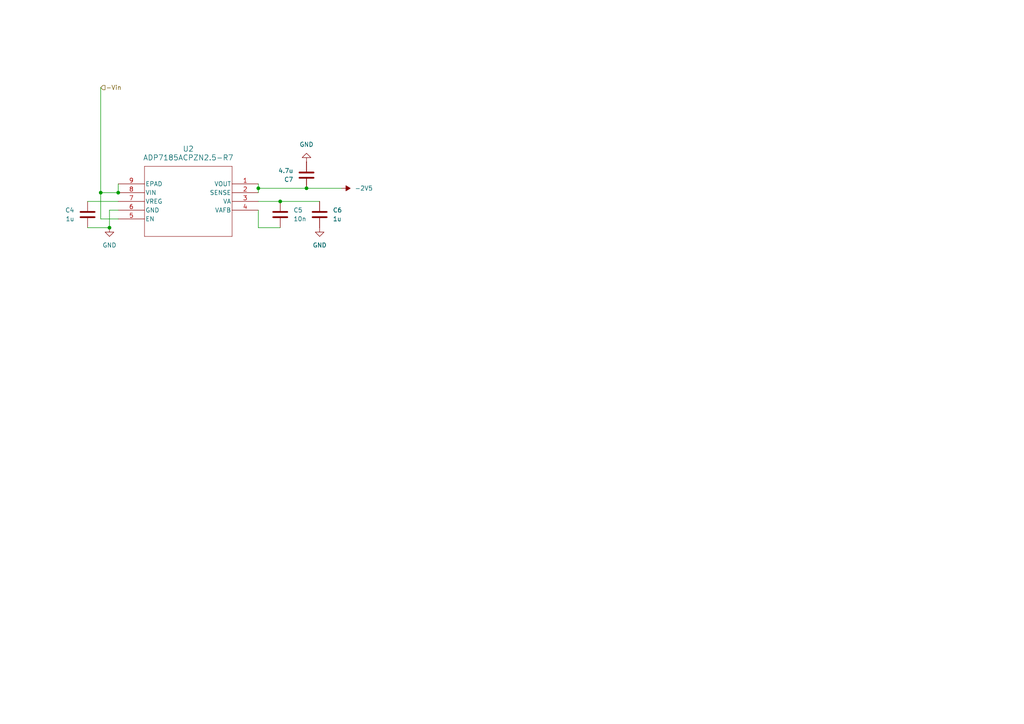
<source format=kicad_sch>
(kicad_sch (version 20231120) (generator "eeschema") (generator_version "8.0")
  (paper "A4")
  (lib_symbols
    (symbol "Device:C" (pin_numbers hide) (pin_names (offset 0.254))
      (property "Reference" "C" (at 0.635 2.54 0))
      (property "Value" "C" (at 0.635 -2.54 0))
      (symbol "C_0_1"
        (polyline (pts (xy -2.032 -0.762) (xy 2.032 -0.762)) (stroke (width 0.508)))
        (polyline (pts (xy -2.032 0.762) (xy 2.032 0.762)) (stroke (width 0.508)))
      )
      (symbol "C_1_1"
        (pin passive line (at 0 3.81 270) (length 2.794) (name "~") (number "1"))
        (pin passive line (at 0 -3.81 90) (length 2.794) (name "~") (number "2"))
      )
    )
    (symbol "New_Library:ADP7185ACPZN2.5-R7" (pin_names (offset 0.254))
      (property "Reference" "U" (at 20.32 10.16 0))
      (property "Value" "ADP7185ACPZN2.5-R7" (at 20.32 7.62 0))
      (symbol "ADP7185ACPZN2.5-R7_0_1"
        (polyline (pts (xy 7.62 -15.24) (xy 33.02 -15.24)) (stroke (width 0.127)))
        (polyline (pts (xy 7.62 5.08) (xy 7.62 -15.24)) (stroke (width 0.127)))
        (polyline (pts (xy 33.02 -15.24) (xy 33.02 5.08)) (stroke (width 0.127)))
        (polyline (pts (xy 33.02 5.08) (xy 7.62 5.08)) (stroke (width 0.127)))
        (pin input line (at 0 -2.54 0) (length 7.62) (name "SENSE") (number "2"))
        (pin power_out line (at 40.64 -7.62 180) (length 7.62) (name "GND") (number "6"))
        (pin power_in line (at 40.64 -2.54 180) (length 7.62) (name "VIN") (number "8"))
      )
      (symbol "ADP7185ACPZN2.5-R7_1_1"
        (pin power_out line (at 0 0 0) (length 7.62) (name "VOUT") (number "1"))
        (pin passive line (at 0 -5.08 0) (length 7.62) (name "VA") (number "3"))
        (pin passive line (at 0 -7.62 0) (length 7.62) (name "VAFB") (number "4"))
        (pin passive line (at 40.64 -10.16 180) (length 7.62) (name "EN") (number "5"))
        (pin passive line (at 40.64 -5.08 180) (length 7.62) (name "VREG") (number "7"))
        (pin power_in line (at 40.64 0 180) (length 7.62) (name "EPAD") (number "9"))
      )
    )
    (symbol "power:-2V5" (power) (pin_numbers hide) (pin_names (offset 0) hide)
      (property "Value" "-2V5" (at 0 3.556 0))
      (symbol "-2V5_0_0"
        (pin power_in line (at 0 0 90) (length 0) (name "~") (number "1"))
      )
      (symbol "-2V5_0_1"
        (polyline (pts (xy 0 0) (xy 0 1.27) (xy 0.762 1.27) (xy 0 2.54) (xy -0.762 1.27) (xy 0 1.27)) (fill (type outline)))
      )
    )
    (symbol "power:GND" (power) (pin_numbers hide) (pin_names (offset 0) hide)
      (property "Value" "GND" (at 0 -3.81 0))
      (symbol "GND_0_1"
        (polyline (pts (xy 0 0) (xy 0 -1.27) (xy 1.27 -1.27) (xy 0 -2.54) (xy -1.27 -1.27) (xy 0 -1.27)))
      )
      (symbol "GND_1_1"
        (pin power_in line (at 0 0 270) (length 0) (name "~") (number "1"))
      )
    )
  )
  (junction (at 31.75 66.04))
  (junction (at 34.29 55.88))
  (junction (at 29.21 55.88))
  (junction (at 74.93 54.61))
  (junction (at 88.9 54.61))
  (junction (at 81.28 58.42))
  (wire (pts (xy 74.93 66.04) (xy 81.28 66.04)))
  (wire (pts (xy 29.21 63.5) (xy 34.29 63.5)))
  (wire (pts (xy 88.9 54.61) (xy 99.06 54.61)))
  (wire (pts (xy 31.75 60.96) (xy 31.75 66.04)))
  (wire (pts (xy 34.29 53.34) (xy 34.29 55.88)))
  (wire (pts (xy 34.29 60.96) (xy 31.75 60.96)))
  (wire (pts (xy 29.21 63.5) (xy 29.21 55.88)))
  (wire (pts (xy 29.21 25.4) (xy 29.21 55.88)))
  (wire (pts (xy 29.21 55.88) (xy 34.29 55.88)))
  (wire (pts (xy 74.93 60.96) (xy 74.93 66.04)))
  (wire (pts (xy 81.28 58.42) (xy 92.71 58.42)))
  (wire (pts (xy 74.93 54.61) (xy 74.93 55.88)))
  (wire (pts (xy 74.93 53.34) (xy 74.93 54.61)))
  (wire (pts (xy 74.93 54.61) (xy 88.9 54.61)))
  (wire (pts (xy 25.4 58.42) (xy 34.29 58.42)))
  (wire (pts (xy 25.4 66.04) (xy 31.75 66.04)))
  (wire (pts (xy 74.93 58.42) (xy 81.28 58.42)))
  (hierarchical_label "-Vin" (shape input) (at 29.21 25.4 0))
  (symbol (lib_id "power:GND") (at 88.9 46.99 180) (unit 1)
    (property "Reference" "#PWR011" (effects (hide yes)))
    (property "Value" "GND" (at 88.9 41.91 0))
    (property "Description" "Power symbol creates a global label with name \"GND\" , ground" (effects (hide yes)))
  )
  (symbol (lib_id "Device:C") (at 88.9 50.8 0) (mirror x) (unit 1)
    (property "Reference" "C7" (at 85.09 52.0701 0) (effects (justify right)))
    (property "Value" "4.7u" (at 85.09 49.5301 0) (effects (justify right)))
    (property "Footprint" "Capacitor_SMD:C_1206_3216Metric" (effects (hide yes)))
    (property "Description" "Unpolarized capacitor" (effects (hide yes)))
  )
  (symbol (lib_id "power:GND") (at 31.75 66.04 0) (unit 1)
    (property "Reference" "#PWR09" (effects (hide yes)))
    (property "Value" "GND" (at 31.75 71.12 0))
    (property "Description" "Power symbol creates a global label with name \"GND\" , ground" (effects (hide yes)))
  )
  (symbol (lib_id "Device:C") (at 92.71 62.23 0) (mirror y) (unit 1)
    (property "Reference" "C6" (at 96.52 60.9599 0) (effects (justify right)))
    (property "Value" "1u" (at 96.52 63.4999 0) (effects (justify right)))
    (property "Footprint" "Capacitor_SMD:C_1206_3216Metric" (effects (hide yes)))
    (property "Description" "Unpolarized capacitor" (effects (hide yes)))
  )
  (symbol (lib_id "Device:C") (at 81.28 62.23 0) (mirror y) (unit 1)
    (property "Reference" "C5" (at 85.09 60.9599 0) (effects (justify right)))
    (property "Value" "10n" (at 85.09 63.4999 0) (effects (justify right)))
    (property "Footprint" "Capacitor_SMD:C_1206_3216Metric" (effects (hide yes)))
    (property "Description" "Unpolarized capacitor" (effects (hide yes)))
  )
  (symbol (lib_id "New_Library:ADP7185ACPZN2.5-R7") (at 74.93 53.34 0) (mirror y) (unit 1)
    (property "Reference" "U2" (at 54.61 43.18 0) (effects (font (size 1.524 1.524))))
    (property "Value" "ADP7185ACPZN2.5-R7" (at 54.61 45.72 0) (effects (font (size 1.524 1.524))))
    (property "Footprint" "Library:ADP7185" (effects (hide yes)))
    (property "Datasheet" "ADP7185ACPZN2.5-R7" (effects (hide yes)))
  )
  (symbol (lib_id "power:GND") (at 92.71 66.04 0) (unit 1)
    (property "Reference" "#PWR010" (effects (hide yes)))
    (property "Value" "GND" (at 92.71 71.12 0))
    (property "Description" "Power symbol creates a global label with name \"GND\" , ground" (effects (hide yes)))
  )
  (symbol (lib_id "Device:C") (at 25.4 62.23 0) (unit 1)
    (property "Reference" "C4" (at 21.59 60.9599 0) (effects (justify right)))
    (property "Value" "1u" (at 21.59 63.4999 0) (effects (justify right)))
    (property "Footprint" "Capacitor_SMD:C_1206_3216Metric" (effects (hide yes)))
    (property "Description" "Unpolarized capacitor" (effects (hide yes)))
  )
  (symbol (lib_id "power:-2V5") (at 99.06 54.61 270) (unit 1)
    (property "Reference" "#PWR012" (effects (hide yes)))
    (property "Value" "-2V5" (at 102.87 54.6099 90) (effects (justify left)))
    (property "Description" "Power symbol creates a global label with name \"-2V5\"" (effects (hide yes)))
  )
)
</source>
